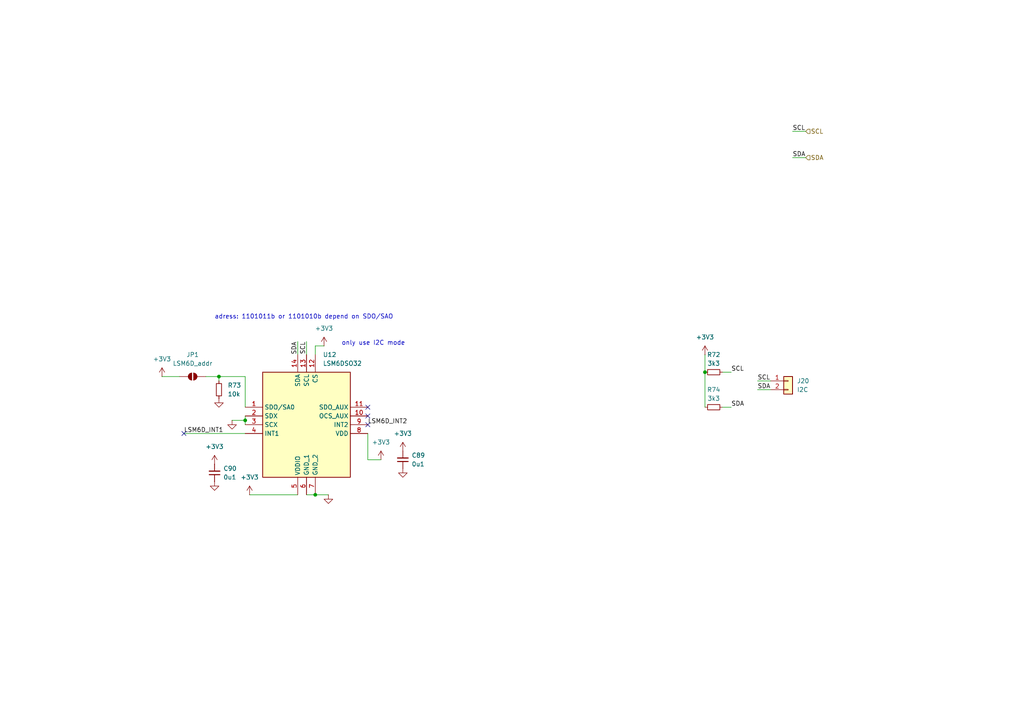
<source format=kicad_sch>
(kicad_sch (version 20231120) (generator "eeschema") (generator_version "8.0")
  (paper "A4")
  (title_block (title "EP6 VCU") (date "2024-09-30") (rev "1.0") (company "NTURacing") (comment 1 "郭哲明") (comment 2 "Electrical group"))
  (lib_symbols
    (symbol "Connector_Generic:Conn_01x02" (pin_names (offset 1.016) hide)
      (property "Reference" "J" (at 0 2.54 0))
      (property "Value" "Conn_01x02" (at 0 -5.08 0))
      (symbol "Conn_01x02_1_1"
        (rectangle (start -1.27 -2.413) (end 0 -2.667) (stroke (width 0.1524)))
        (rectangle (start -1.27 0.127) (end 0 -0.127) (stroke (width 0.1524)))
        (rectangle (start -1.27 1.27) (end 1.27 -3.81) (stroke (width 0.254)) (fill (type background)))
        (pin passive line (at -5.08 0 0) (length 3.81) (name "Pin_1") (number "1"))
        (pin passive line (at -5.08 -2.54 0) (length 3.81) (name "Pin_2") (number "2"))
      )
    )
    (symbol "Device:C_Small" (pin_numbers hide) (pin_names (offset 0.254) hide)
      (property "Reference" "C" (at 0.254 1.778 0))
      (property "Value" "C_Small" (at 0.254 -2.032 0))
      (symbol "C_Small_0_1"
        (polyline (pts (xy -1.524 -0.508) (xy 1.524 -0.508)) (stroke (width 0.3302)))
        (polyline (pts (xy -1.524 0.508) (xy 1.524 0.508)) (stroke (width 0.3048)))
      )
      (symbol "C_Small_1_1"
        (pin passive line (at 0 2.54 270) (length 2.032) (name "~") (number "1"))
        (pin passive line (at 0 -2.54 90) (length 2.032) (name "~") (number "2"))
      )
    )
    (symbol "Device:R_Small" (pin_numbers hide) (pin_names (offset 0.254) hide)
      (property "Reference" "R" (at 0.762 0.508 0))
      (property "Value" "R_Small" (at 0.762 -1.016 0))
      (symbol "R_Small_0_1"
        (rectangle (start -0.762 1.778) (end 0.762 -1.778) (stroke (width 0.2032)))
      )
      (symbol "R_Small_1_1"
        (pin passive line (at 0 2.54 270) (length 0.762) (name "~") (number "1"))
        (pin passive line (at 0 -2.54 90) (length 0.762) (name "~") (number "2"))
      )
    )
    (symbol "Jumper:SolderJumper_2_Open" (pin_numbers hide) (pin_names (offset 0) hide) (exclude_from_sim yes) (in_bom no)
      (property "Reference" "JP" (at 0 2.032 0))
      (property "Value" "SolderJumper_2_Open" (at 0 -2.54 0))
      (symbol "SolderJumper_2_Open_0_1"
        (arc (start -0.254 1.016) (mid -1.2656 0) (end -0.254 -1.016))
        (arc (start -0.254 1.016) (mid -1.2656 0) (end -0.254 -1.016) (fill (type outline)))
        (polyline (pts (xy -0.254 1.016) (xy -0.254 -1.016)))
        (polyline (pts (xy 0.254 1.016) (xy 0.254 -1.016)))
        (arc (start 0.254 -1.016) (mid 1.2656 0) (end 0.254 1.016))
        (arc (start 0.254 -1.016) (mid 1.2656 0) (end 0.254 1.016) (fill (type outline)))
      )
      (symbol "SolderJumper_2_Open_1_1"
        (pin passive line (at -3.81 0 0) (length 2.54) (name "A") (number "1"))
        (pin passive line (at 3.81 0 180) (length 2.54) (name "B") (number "2"))
      )
    )
    (symbol "SamacSys_Parts:LSM6DSOXTR"
      (property "Reference" "AC" (at 31.75 15.24 0))
      (property "Value" "LSM6DSOXTR" (at 31.75 12.7 0))
      (symbol "LSM6DSOXTR_1_1"
        (rectangle (start 5.08 10.16) (end 30.48 -20.32) (stroke (width 0.254)) (fill (type background)))
        (pin passive line (at 0 0 0) (length 5.08) (name "SDO/SA0") (number "1"))
        (pin passive line (at 35.56 -2.54 180) (length 5.08) (name "OCS_AUX") (number "10"))
        (pin passive line (at 35.56 0 180) (length 5.08) (name "SDO_AUX") (number "11"))
        (pin passive line (at 20.32 15.24 270) (length 5.08) (name "CS") (number "12"))
        (pin passive line (at 17.78 15.24 270) (length 5.08) (name "SCL") (number "13"))
        (pin passive line (at 15.24 15.24 270) (length 5.08) (name "SDA") (number "14"))
        (pin passive line (at 0 -2.54 0) (length 5.08) (name "SDX") (number "2"))
        (pin passive line (at 0 -5.08 0) (length 5.08) (name "SCX") (number "3"))
        (pin passive line (at 0 -7.62 0) (length 5.08) (name "INT1") (number "4"))
        (pin passive line (at 15.24 -25.4 90) (length 5.08) (name "VDDIO") (number "5"))
        (pin passive line (at 17.78 -25.4 90) (length 5.08) (name "GND_1") (number "6"))
        (pin passive line (at 20.32 -25.4 90) (length 5.08) (name "GND_2") (number "7"))
        (pin passive line (at 35.56 -7.62 180) (length 5.08) (name "VDD") (number "8"))
        (pin passive line (at 35.56 -5.08 180) (length 5.08) (name "INT2") (number "9"))
      )
    )
    (symbol "power:+3V3" (power) (pin_numbers hide) (pin_names (offset 0) hide)
      (property "Value" "+3V3" (at 0 3.556 0))
      (symbol "+3V3_0_1"
        (polyline (pts (xy -0.762 1.27) (xy 0 2.54)))
        (polyline (pts (xy 0 0) (xy 0 2.54)))
        (polyline (pts (xy 0 2.54) (xy 0.762 1.27)))
      )
      (symbol "+3V3_1_1"
        (pin power_in line (at 0 0 90) (length 0) (name "~") (number "1"))
      )
    )
    (symbol "power:GND" (power) (pin_numbers hide) (pin_names (offset 0) hide)
      (property "Value" "GND" (at 0 -3.81 0))
      (symbol "GND_0_1"
        (polyline (pts (xy 0 0) (xy 0 -1.27) (xy 1.27 -1.27) (xy 0 -2.54) (xy -1.27 -1.27) (xy 0 -1.27)))
      )
      (symbol "GND_1_1"
        (pin power_in line (at 0 0 270) (length 0) (name "~") (number "1"))
      )
    )
  )
  (junction (at 91.44 143.51))
  (junction (at 71.12 121.92))
  (junction (at 204.47 107.95))
  (junction (at 63.5 109.22))
  (no_connect (at 106.68 118.11))
  (no_connect (at 106.68 123.19))
  (no_connect (at 53.34 125.73))
  (no_connect (at 106.68 120.65))
  (wire (pts (xy 106.68 133.35) (xy 106.68 125.73)))
  (wire (pts (xy 204.47 107.95) (xy 204.47 118.11)))
  (wire (pts (xy 93.98 100.33) (xy 91.44 100.33)))
  (wire (pts (xy 209.55 118.11) (xy 212.09 118.11)))
  (wire (pts (xy 95.25 143.51) (xy 91.44 143.51)))
  (wire (pts (xy 71.12 121.92) (xy 71.12 120.65)))
  (wire (pts (xy 72.39 143.51) (xy 86.36 143.51)))
  (wire (pts (xy 91.44 100.33) (xy 91.44 102.87)))
  (wire (pts (xy 229.87 38.1) (xy 233.68 38.1)))
  (wire (pts (xy 71.12 109.22) (xy 71.12 118.11)))
  (wire (pts (xy 110.49 133.35) (xy 106.68 133.35)))
  (wire (pts (xy 71.12 121.92) (xy 71.12 123.19)))
  (wire (pts (xy 209.55 107.95) (xy 212.09 107.95)))
  (wire (pts (xy 59.69 109.22) (xy 63.5 109.22)))
  (wire (pts (xy 63.5 109.22) (xy 71.12 109.22)))
  (wire (pts (xy 91.44 143.51) (xy 88.9 143.51)))
  (wire (pts (xy 67.31 121.92) (xy 71.12 121.92)))
  (wire (pts (xy 219.71 110.49) (xy 223.52 110.49)))
  (wire (pts (xy 63.5 110.49) (xy 63.5 109.22)))
  (wire (pts (xy 229.87 45.72) (xy 233.68 45.72)))
  (wire (pts (xy 219.71 113.03) (xy 223.52 113.03)))
  (wire (pts (xy 86.36 99.06) (xy 86.36 102.87)))
  (wire (pts (xy 46.99 109.22) (xy 52.07 109.22)))
  (wire (pts (xy 204.47 102.87) (xy 204.47 107.95)))
  (wire (pts (xy 88.9 99.06) (xy 88.9 102.87)))
  (wire (pts (xy 53.34 125.73) (xy 71.12 125.73)))
  (text "adress: 1101011b or 1101010b depend on SDO/SAO" (at 62.23 92.71 0) (effects (font (size 1.27 1.27)) (justify left bottom)))
  (text "only use I2C mode" (at 99.06 100.33 0) (effects (font (size 1.27 1.27)) (justify left bottom)))
  (label "SCL" (at 229.87 38.1 0))
  (label "SDA" (at 212.09 118.11 0))
  (label "SCL" (at 219.71 110.49 0))
  (label "SDA" (at 229.87 45.72 0))
  (label "LSM6D_INT2" (at 106.68 123.19 0))
  (label "SDA" (at 219.71 113.03 0))
  (label "LSM6D_INT1" (at 53.34 125.73 0))
  (label "SCL" (at 88.9 99.06 270))
  (label "SDA" (at 86.36 99.06 270))
  (label "SCL" (at 212.09 107.95 0))
  (hierarchical_label "SCL" (shape input) (at 233.68 38.1 0))
  (hierarchical_label "SDA" (shape input) (at 233.68 45.72 0))
  (symbol (lib_id "power:+3V3") (at 46.99 109.22 0) (unit 1)
    (property "Reference" "#PWR0172" (effects (hide yes)))
    (property "Value" "+3V3" (at 46.99 104.14 0))
    (property "Description" "Power symbol creates a global label with name \"+3V3\"" (effects (hide yes)))
  )
  (symbol (lib_id "Device:C_Small") (at 62.23 137.16 180) (unit 1)
    (property "Reference" "C90" (at 64.77 135.8836 0) (effects (justify right)))
    (property "Value" "0u1" (at 64.77 138.4236 0) (effects (justify right)))
    (property "Footprint" "Capacitor_SMD:C_0402_1005Metric" (effects (hide yes)))
    (property "Description" "Unpolarized capacitor, small symbol" (effects (hide yes)))
  )
  (symbol (lib_id "power:+3V3") (at 93.98 100.33 0) (unit 1)
    (property "Reference" "#PWR0170" (effects (hide yes)))
    (property "Value" "+3V3" (at 93.98 95.25 0))
    (property "Description" "Power symbol creates a global label with name \"+3V3\"" (effects (hide yes)))
  )
  (symbol (lib_id "power:GND") (at 67.31 121.92 0) (unit 1)
    (property "Reference" "#PWR0174" (effects (hide yes)))
    (property "Value" "GND" (effects (hide yes)))
    (property "Description" "Power symbol creates a global label with name \"GND\" , ground" (effects (hide yes)))
  )
  (symbol (lib_id "power:+3V3") (at 72.39 143.51 0) (unit 1)
    (property "Reference" "#PWR0180" (effects (hide yes)))
    (property "Value" "+3V3" (at 72.39 138.43 0))
    (property "Description" "Power symbol creates a global label with name \"+3V3\"" (effects (hide yes)))
  )
  (symbol (lib_id "Jumper:SolderJumper_2_Open") (at 55.88 109.22 0) (unit 1)
    (property "Reference" "JP1" (at 55.88 102.87 0))
    (property "Value" "LSM6D_addr" (at 55.88 105.41 0))
    (property "Footprint" "Jumper:SolderJumper-2_P1.3mm_Open_RoundedPad1.0x1.5mm" (effects (hide yes)))
    (property "Description" "Solder Jumper, 2-pole, open" (effects (hide yes)))
  )
  (symbol (lib_id "power:+3V3") (at 204.47 102.87 0) (mirror y) (unit 1)
    (property "Reference" "#PWR0171" (effects (hide yes)))
    (property "Value" "+3V3" (at 204.47 97.79 0))
    (property "Description" "Power symbol creates a global label with name \"+3V3\"" (effects (hide yes)))
  )
  (symbol (lib_id "power:+3V3") (at 116.84 130.81 0) (unit 1)
    (property "Reference" "#PWR0175" (effects (hide yes)))
    (property "Value" "+3V3" (at 116.84 125.73 0))
    (property "Description" "Power symbol creates a global label with name \"+3V3\"" (effects (hide yes)))
  )
  (symbol (lib_id "SamacSys_Parts:LSM6DSOXTR") (at 71.12 118.11 0) (unit 1)
    (property "Reference" "U12" (at 93.6341 102.87 0) (effects (justify left)))
    (property "Value" "LSM6DSO32" (at 93.6341 105.41 0) (effects (justify left)))
    (property "Footprint" "SamacSys_Parts:LGA-14_1" (effects (hide yes)))
    (property "Datasheet" "https://www.st.com/resource/en/datasheet/lsm6dsox.pdf" (effects (hide yes)))
    (property "Description" "IMUs - Inertial Measurement Units iNEMO inertial module: always-on 3D accelerometer and 3D gyroscope" (effects (hide yes)))
    (property "Mouser Part Number" "511-LSM6DSOXTR" (effects (hide yes)))
    (property "Mouser Price/Stock" "https://www.mouser.co.uk/ProductDetail/STMicroelectronics/LSM6DSOXTR?qs=l7cgNqFNU1i9dcjzItLpVQ%3D%3D" (effects (hide yes)))
    (property "Manufacturer_Name" "STMicroelectronics" (effects (hide yes)))
    (property "Manufacturer_Part_Number" "LSM6DSOXTR" (effects (hide yes)))
  )
  (symbol (lib_id "Device:R_Small") (at 63.5 113.03 180) (unit 1)
    (property "Reference" "R73" (at 66.04 111.76 0) (effects (justify right)))
    (property "Value" "10k" (at 66.04 114.3 0) (effects (justify right)))
    (property "Footprint" "Resistor_SMD:R_0402_1005Metric" (effects (hide yes)))
    (property "Description" "Resistor, small symbol" (effects (hide yes)))
  )
  (symbol (lib_id "power:+3V3") (at 62.23 134.62 0) (unit 1)
    (property "Reference" "#PWR0177" (effects (hide yes)))
    (property "Value" "+3V3" (at 62.23 129.54 0))
    (property "Description" "Power symbol creates a global label with name \"+3V3\"" (effects (hide yes)))
  )
  (symbol (lib_id "Device:R_Small") (at 207.01 118.11 90) (unit 1)
    (property "Reference" "R74" (at 207.01 113.03 90))
    (property "Value" "3k3" (at 207.01 115.57 90))
    (property "Footprint" "Resistor_SMD:R_0402_1005Metric" (effects (hide yes)))
    (property "Description" "Resistor, small symbol" (effects (hide yes)))
  )
  (symbol (lib_id "power:GND") (at 63.5 115.57 0) (unit 1)
    (property "Reference" "#PWR0173" (effects (hide yes)))
    (property "Value" "GND" (effects (hide yes)))
    (property "Description" "Power symbol creates a global label with name \"GND\" , ground" (effects (hide yes)))
  )
  (symbol (lib_id "Device:C_Small") (at 116.84 133.35 180) (unit 1)
    (property "Reference" "C89" (at 119.38 132.0736 0) (effects (justify right)))
    (property "Value" "0u1" (at 119.38 134.6136 0) (effects (justify right)))
    (property "Footprint" "Capacitor_SMD:C_0402_1005Metric" (effects (hide yes)))
    (property "Description" "Unpolarized capacitor, small symbol" (effects (hide yes)))
  )
  (symbol (lib_id "power:+3V3") (at 110.49 133.35 0) (unit 1)
    (property "Reference" "#PWR0176" (effects (hide yes)))
    (property "Value" "+3V3" (at 110.49 128.27 0))
    (property "Description" "Power symbol creates a global label with name \"+3V3\"" (effects (hide yes)))
  )
  (symbol (lib_id "Connector_Generic:Conn_01x02") (at 228.6 110.49 0) (unit 1)
    (property "Reference" "J20" (at 231.14 110.49 0) (effects (justify left)))
    (property "Value" "I2C" (at 231.14 113.03 0) (effects (justify left)))
    (property "Footprint" "Connector_PinHeader_2.54mm:PinHeader_1x02_P2.54mm_Vertical" (effects (hide yes)))
    (property "Description" "Generic connector, single row, 01x02, script generated (kicad-library-utils/schlib/autogen/connector/)" (effects (hide yes)))
  )
  (symbol (lib_id "power:GND") (at 95.25 143.51 0) (unit 1)
    (property "Reference" "#PWR0181" (effects (hide yes)))
    (property "Value" "GND" (effects (hide yes)))
    (property "Description" "Power symbol creates a global label with name \"GND\" , ground" (effects (hide yes)))
  )
  (symbol (lib_id "Device:R_Small") (at 207.01 107.95 90) (unit 1)
    (property "Reference" "R72" (at 207.01 102.87 90))
    (property "Value" "3k3" (at 207.01 105.41 90))
    (property "Footprint" "Resistor_SMD:R_0402_1005Metric" (effects (hide yes)))
    (property "Description" "Resistor, small symbol" (effects (hide yes)))
  )
  (symbol (lib_id "power:GND") (at 62.23 139.7 0) (unit 1)
    (property "Reference" "#PWR0179" (effects (hide yes)))
    (property "Value" "GND" (effects (hide yes)))
    (property "Description" "Power symbol creates a global label with name \"GND\" , ground" (effects (hide yes)))
  )
  (symbol (lib_id "power:GND") (at 116.84 135.89 0) (unit 1)
    (property "Reference" "#PWR0178" (effects (hide yes)))
    (property "Value" "GND" (effects (hide yes)))
    (property "Description" "Power symbol creates a global label with name \"GND\" , ground" (effects (hide yes)))
  )
)
</source>
